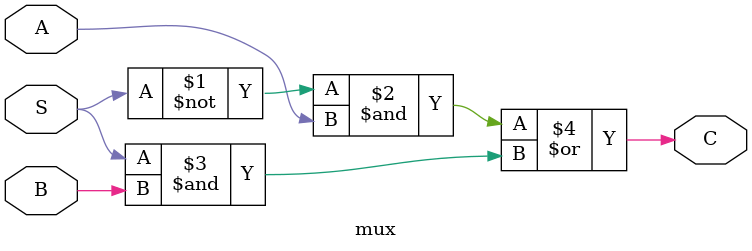
<source format=v>
/*******************************************************************
*
* Module: mux.v
* Author: Rana Elgahawy
*
**********************************************************************/
module mux(input A, input B, input S, output C);
    assign C = (~S & A) | (S & B);
endmodule
</source>
